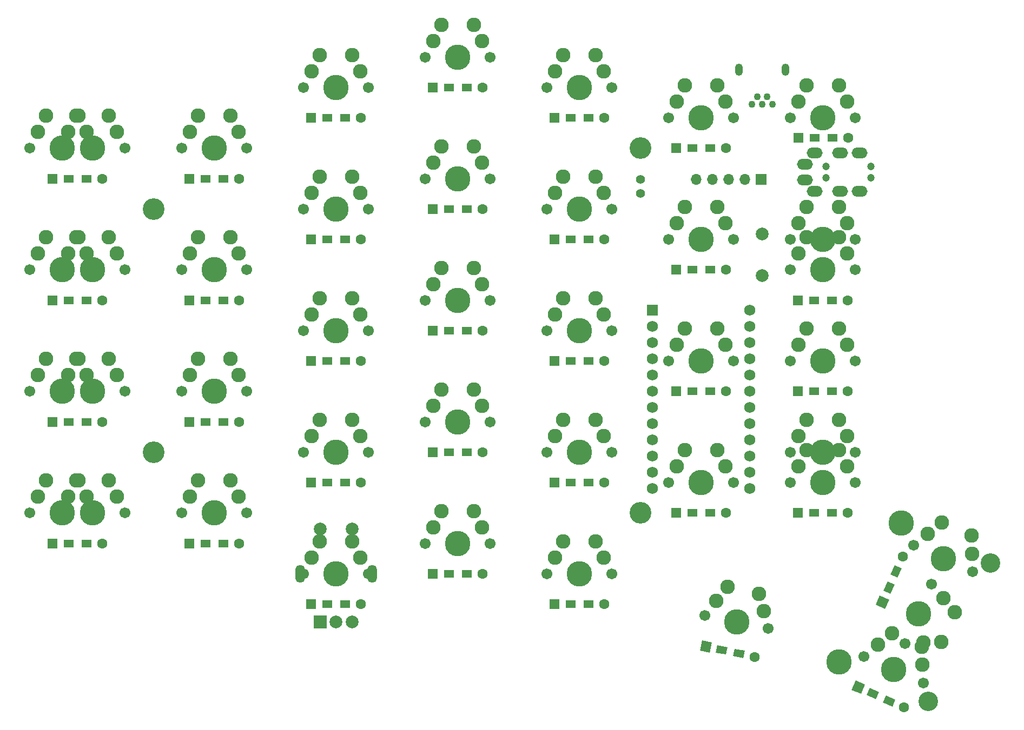
<source format=gbr>
%TF.GenerationSoftware,KiCad,Pcbnew,5.1.10*%
%TF.CreationDate,2021-05-29T15:16:00+02:00*%
%TF.ProjectId,pcb,7063622e-6b69-4636-9164-5f7063625858,rev?*%
%TF.SameCoordinates,Original*%
%TF.FileFunction,Soldermask,Top*%
%TF.FilePolarity,Negative*%
%FSLAX46Y46*%
G04 Gerber Fmt 4.6, Leading zero omitted, Abs format (unit mm)*
G04 Created by KiCad (PCBNEW 5.1.10) date 2021-05-29 15:16:00*
%MOMM*%
%LPD*%
G01*
G04 APERTURE LIST*
%ADD10R,1.700000X1.700000*%
%ADD11O,1.700000X1.700000*%
%ADD12C,3.400000*%
%ADD13C,2.000000*%
%ADD14O,1.500000X2.800000*%
%ADD15R,2.000000X2.000000*%
%ADD16C,3.048000*%
%ADD17C,3.987800*%
%ADD18C,1.701800*%
%ADD19C,2.286000*%
%ADD20C,0.100000*%
%ADD21C,1.600000*%
%ADD22R,1.600000X1.600000*%
%ADD23R,1.600000X1.200000*%
%ADD24C,1.752600*%
%ADD25R,1.752600X1.752600*%
%ADD26C,1.397000*%
%ADD27O,2.500000X1.700000*%
%ADD28C,1.200000*%
%ADD29C,1.100000*%
%ADD30O,1.200000X1.900000*%
G04 APERTURE END LIST*
D10*
%TO.C,J2*%
X147515000Y-88225000D03*
D11*
X144975000Y-88225000D03*
X142435000Y-88225000D03*
X139895000Y-88225000D03*
X137355000Y-88225000D03*
%TD*%
D12*
%TO.C,H4*%
X128587500Y-140493750D03*
%TD*%
%TO.C,H3*%
X52387500Y-92868750D03*
%TD*%
%TO.C,H2*%
X52387500Y-130968750D03*
%TD*%
%TO.C,H1*%
X128587500Y-83343750D03*
%TD*%
D13*
%TO.C,SW42*%
X83462500Y-143018750D03*
X78462500Y-143018750D03*
D14*
X86562500Y-150018750D03*
X75362500Y-150018750D03*
D13*
X83462500Y-157518750D03*
X80962500Y-157518750D03*
D15*
X78462500Y-157518750D03*
%TD*%
D16*
%TO.C,REF\u002A\u002A*%
X183335279Y-148289462D03*
X173617014Y-170014915D03*
D17*
X169423686Y-142066505D03*
X159705421Y-163791959D03*
%TD*%
D18*
%TO.C,SW41*%
X174174319Y-151662802D03*
X170025681Y-160937198D03*
D19*
X175974338Y-153859261D03*
D17*
X172100000Y-156300000D03*
D19*
X175700038Y-160692918D03*
X177774357Y-156055720D03*
X172862860Y-160815058D03*
%TD*%
D20*
%TO.C,D34*%
G36*
X166053908Y-153403121D02*
G01*
X167514443Y-154056450D01*
X166861114Y-155516985D01*
X165400579Y-154863656D01*
X166053908Y-153403121D01*
G37*
D21*
X169642489Y-147339947D03*
D20*
G36*
X168400627Y-148646766D02*
G01*
X169496028Y-149136763D01*
X168842699Y-150597298D01*
X167747298Y-150107301D01*
X168400627Y-148646766D01*
G37*
G36*
X167257301Y-151202702D02*
G01*
X168352702Y-151692699D01*
X167699373Y-153153234D01*
X166603972Y-152663237D01*
X167257301Y-151202702D01*
G37*
%TD*%
%TO.C,D33*%
G36*
X163756045Y-167376910D02*
G01*
X163102716Y-168837445D01*
X161642181Y-168184116D01*
X162295510Y-166723581D01*
X163756045Y-167376910D01*
G37*
D21*
X169819219Y-170965491D03*
D20*
G36*
X168512400Y-169723629D02*
G01*
X168022403Y-170819030D01*
X166561868Y-170165701D01*
X167051865Y-169070300D01*
X168512400Y-169723629D01*
G37*
G36*
X165956464Y-168580303D02*
G01*
X165466467Y-169675704D01*
X164005932Y-169022375D01*
X164495929Y-167926974D01*
X165956464Y-168580303D01*
G37*
%TD*%
D22*
%TO.C,D32*%
X153262500Y-140493750D03*
D21*
X161062500Y-140493750D03*
D23*
X158562500Y-140493750D03*
X155762500Y-140493750D03*
%TD*%
D22*
%TO.C,D31*%
X153262500Y-121443750D03*
D21*
X161062500Y-121443750D03*
D23*
X158562500Y-121443750D03*
X155762500Y-121443750D03*
%TD*%
D22*
%TO.C,D30*%
X153262500Y-107156250D03*
D21*
X161062500Y-107156250D03*
D23*
X158562500Y-107156250D03*
X155762500Y-107156250D03*
%TD*%
D22*
%TO.C,D29*%
X153350000Y-81700000D03*
D21*
X161150000Y-81700000D03*
D23*
X158650000Y-81700000D03*
X155850000Y-81700000D03*
%TD*%
D20*
%TO.C,D28*%
G36*
X139784062Y-160787193D02*
G01*
X139451404Y-162352229D01*
X137886368Y-162019571D01*
X138219026Y-160454535D01*
X139784062Y-160787193D01*
G37*
D21*
X146464767Y-163025094D03*
D20*
G36*
X144926663Y-162084755D02*
G01*
X144677169Y-163258532D01*
X143112133Y-162925873D01*
X143361627Y-161752096D01*
X144926663Y-162084755D01*
G37*
G36*
X142187849Y-161502603D02*
G01*
X141938355Y-162676380D01*
X140373319Y-162343721D01*
X140622813Y-161169944D01*
X142187849Y-161502603D01*
G37*
%TD*%
D22*
%TO.C,D27*%
X134212500Y-140493750D03*
D21*
X142012500Y-140493750D03*
D23*
X139512500Y-140493750D03*
X136712500Y-140493750D03*
%TD*%
D22*
%TO.C,D26*%
X134212500Y-121443750D03*
D21*
X142012500Y-121443750D03*
D23*
X139512500Y-121443750D03*
X136712500Y-121443750D03*
%TD*%
D22*
%TO.C,D25*%
X134212500Y-102393750D03*
D21*
X142012500Y-102393750D03*
D23*
X139512500Y-102393750D03*
X136712500Y-102393750D03*
%TD*%
D22*
%TO.C,D24*%
X134212500Y-83343750D03*
D21*
X142012500Y-83343750D03*
D23*
X139512500Y-83343750D03*
X136712500Y-83343750D03*
%TD*%
D22*
%TO.C,D23*%
X115162500Y-154781250D03*
D21*
X122962500Y-154781250D03*
D23*
X120462500Y-154781250D03*
X117662500Y-154781250D03*
%TD*%
D22*
%TO.C,D22*%
X115162500Y-135731250D03*
D21*
X122962500Y-135731250D03*
D23*
X120462500Y-135731250D03*
X117662500Y-135731250D03*
%TD*%
D22*
%TO.C,D21*%
X115162500Y-116681250D03*
D21*
X122962500Y-116681250D03*
D23*
X120462500Y-116681250D03*
X117662500Y-116681250D03*
%TD*%
D22*
%TO.C,D20*%
X115162500Y-97631250D03*
D21*
X122962500Y-97631250D03*
D23*
X120462500Y-97631250D03*
X117662500Y-97631250D03*
%TD*%
D22*
%TO.C,D19*%
X115162500Y-78581250D03*
D21*
X122962500Y-78581250D03*
D23*
X120462500Y-78581250D03*
X117662500Y-78581250D03*
%TD*%
D22*
%TO.C,D18*%
X96112500Y-150018750D03*
D21*
X103912500Y-150018750D03*
D23*
X101412500Y-150018750D03*
X98612500Y-150018750D03*
%TD*%
D22*
%TO.C,D17*%
X96112500Y-130968750D03*
D21*
X103912500Y-130968750D03*
D23*
X101412500Y-130968750D03*
X98612500Y-130968750D03*
%TD*%
D22*
%TO.C,D16*%
X96112500Y-111918750D03*
D21*
X103912500Y-111918750D03*
D23*
X101412500Y-111918750D03*
X98612500Y-111918750D03*
%TD*%
D22*
%TO.C,D15*%
X96112500Y-92868750D03*
D21*
X103912500Y-92868750D03*
D23*
X101412500Y-92868750D03*
X98612500Y-92868750D03*
%TD*%
D22*
%TO.C,D14*%
X96112500Y-73818750D03*
D21*
X103912500Y-73818750D03*
D23*
X101412500Y-73818750D03*
X98612500Y-73818750D03*
%TD*%
D22*
%TO.C,D13*%
X77062840Y-154781900D03*
D21*
X84862840Y-154781900D03*
D23*
X82362840Y-154781900D03*
X79562840Y-154781900D03*
%TD*%
D22*
%TO.C,D12*%
X77062500Y-135731250D03*
D21*
X84862500Y-135731250D03*
D23*
X82362500Y-135731250D03*
X79562500Y-135731250D03*
%TD*%
D22*
%TO.C,D11*%
X77062500Y-116681250D03*
D21*
X84862500Y-116681250D03*
D23*
X82362500Y-116681250D03*
X79562500Y-116681250D03*
%TD*%
D22*
%TO.C,D10*%
X77062500Y-97631250D03*
D21*
X84862500Y-97631250D03*
D23*
X82362500Y-97631250D03*
X79562500Y-97631250D03*
%TD*%
D22*
%TO.C,D9*%
X77062500Y-78581250D03*
D21*
X84862500Y-78581250D03*
D23*
X82362500Y-78581250D03*
X79562500Y-78581250D03*
%TD*%
D22*
%TO.C,D8*%
X58012500Y-145256250D03*
D21*
X65812500Y-145256250D03*
D23*
X63312500Y-145256250D03*
X60512500Y-145256250D03*
%TD*%
D22*
%TO.C,D7*%
X58012500Y-126206250D03*
D21*
X65812500Y-126206250D03*
D23*
X63312500Y-126206250D03*
X60512500Y-126206250D03*
%TD*%
D22*
%TO.C,D6*%
X58012500Y-107156250D03*
D21*
X65812500Y-107156250D03*
D23*
X63312500Y-107156250D03*
X60512500Y-107156250D03*
%TD*%
D22*
%TO.C,D5*%
X58012500Y-88106250D03*
D21*
X65812500Y-88106250D03*
D23*
X63312500Y-88106250D03*
X60512500Y-88106250D03*
%TD*%
D22*
%TO.C,D4*%
X36581250Y-145256250D03*
D21*
X44381250Y-145256250D03*
D23*
X41881250Y-145256250D03*
X39081250Y-145256250D03*
%TD*%
D22*
%TO.C,D3*%
X36581250Y-126206250D03*
D21*
X44381250Y-126206250D03*
D23*
X41881250Y-126206250D03*
X39081250Y-126206250D03*
%TD*%
D22*
%TO.C,D2*%
X36581250Y-107156250D03*
D21*
X44381250Y-107156250D03*
D23*
X41881250Y-107156250D03*
X39081250Y-107156250D03*
%TD*%
D22*
%TO.C,D1*%
X36581250Y-88106250D03*
D21*
X44381250Y-88106250D03*
D23*
X41881250Y-88106250D03*
X39081250Y-88106250D03*
%TD*%
D13*
%TO.C,RSW1*%
X147638120Y-96762920D03*
X147638120Y-103262920D03*
%TD*%
D24*
%TO.C,U1*%
X145733080Y-108664890D03*
X130493080Y-136604890D03*
X145733080Y-111204890D03*
X145733080Y-113744890D03*
X145733080Y-116284890D03*
X145733080Y-118824890D03*
X145733080Y-121364890D03*
X145733080Y-123904890D03*
X145733080Y-126444890D03*
X145733080Y-128984890D03*
X145733080Y-131524890D03*
X145733080Y-134064890D03*
X145733080Y-136604890D03*
X130493080Y-134064890D03*
X130493080Y-131524890D03*
X130493080Y-128984890D03*
X130493080Y-126444890D03*
X130493080Y-123904890D03*
X130493080Y-121364890D03*
X130493080Y-118824890D03*
X130493080Y-116284890D03*
X130493080Y-113744890D03*
X130493080Y-111204890D03*
D25*
X130493080Y-108664890D03*
%TD*%
D26*
%TO.C,P2*%
X128575000Y-90425000D03*
%TD*%
D27*
%TO.C,U2*%
X154350000Y-85850000D03*
X155850000Y-90050000D03*
X159850000Y-90050000D03*
X162850000Y-90050000D03*
D28*
X157650000Y-87950000D03*
X164650000Y-87950000D03*
D27*
X159850000Y-84100000D03*
X162850000Y-84100000D03*
X154350000Y-88300000D03*
X155850000Y-84100000D03*
D28*
X164650000Y-86200000D03*
X157650000Y-86200000D03*
%TD*%
D18*
%TO.C,SW40*%
X152082500Y-135731250D03*
X162242500Y-135731250D03*
D19*
X153352500Y-133191250D03*
D17*
X157162500Y-135731250D03*
D19*
X159702500Y-130651250D03*
X154622500Y-130651250D03*
X160972500Y-133191250D03*
%TD*%
D18*
%TO.C,SW39*%
X152082500Y-102393750D03*
X162242500Y-102393750D03*
D19*
X153352500Y-99853750D03*
D17*
X157162500Y-102393750D03*
D19*
X159702500Y-97313750D03*
X154622500Y-97313750D03*
X160972500Y-99853750D03*
%TD*%
D18*
%TO.C,SW38*%
X171345337Y-145561819D03*
X180619733Y-149710457D03*
D19*
X173541796Y-143761800D03*
D17*
X175982535Y-147636138D03*
D19*
X180375453Y-144036100D03*
X175738255Y-141961781D03*
X180497593Y-146873278D03*
%TD*%
D18*
%TO.C,SW37*%
X163566642Y-162951310D03*
X172841038Y-167099948D03*
D19*
X165763101Y-161151291D03*
D17*
X168203840Y-165025629D03*
D19*
X172596758Y-161425591D03*
X167959560Y-159351272D03*
X172718898Y-164262769D03*
%TD*%
D18*
%TO.C,SW36*%
X152082500Y-130968750D03*
X162242500Y-130968750D03*
D19*
X153352500Y-128428750D03*
D17*
X157162500Y-130968750D03*
D19*
X159702500Y-125888750D03*
X154622500Y-125888750D03*
X160972500Y-128428750D03*
%TD*%
D18*
%TO.C,SW35*%
X152082500Y-116681250D03*
X162242500Y-116681250D03*
D19*
X153352500Y-114141250D03*
D17*
X157162500Y-116681250D03*
D19*
X159702500Y-111601250D03*
X154622500Y-111601250D03*
X160972500Y-114141250D03*
%TD*%
D18*
%TO.C,SW34*%
X152082500Y-97631250D03*
X162242500Y-97631250D03*
D19*
X153352500Y-95091250D03*
D17*
X157162500Y-97631250D03*
D19*
X159702500Y-92551250D03*
X154622500Y-92551250D03*
X160972500Y-95091250D03*
%TD*%
D18*
%TO.C,SW33*%
X152082500Y-78581250D03*
X162242500Y-78581250D03*
D19*
X153352500Y-76041250D03*
D17*
X157162500Y-78581250D03*
D19*
X159702500Y-73501250D03*
X154622500Y-73501250D03*
X160972500Y-76041250D03*
%TD*%
D18*
%TO.C,SW32*%
X138671181Y-156499619D03*
X148609161Y-158612001D03*
D19*
X140441524Y-154279172D03*
D17*
X143640171Y-157555810D03*
D19*
X147180857Y-153114916D03*
X142211867Y-152058724D03*
X147895009Y-155863459D03*
%TD*%
D18*
%TO.C,SW31*%
X133032500Y-135731250D03*
X143192500Y-135731250D03*
D19*
X134302500Y-133191250D03*
D17*
X138112500Y-135731250D03*
D19*
X140652500Y-130651250D03*
X135572500Y-130651250D03*
X141922500Y-133191250D03*
%TD*%
D18*
%TO.C,SW30*%
X133032500Y-116681250D03*
X143192500Y-116681250D03*
D19*
X134302500Y-114141250D03*
D17*
X138112500Y-116681250D03*
D19*
X140652500Y-111601250D03*
X135572500Y-111601250D03*
X141922500Y-114141250D03*
%TD*%
D18*
%TO.C,SW29*%
X133032500Y-97631250D03*
X143192500Y-97631250D03*
D19*
X134302500Y-95091250D03*
D17*
X138112500Y-97631250D03*
D19*
X140652500Y-92551250D03*
X135572500Y-92551250D03*
X141922500Y-95091250D03*
%TD*%
D18*
%TO.C,SW28*%
X133032500Y-78581250D03*
X143192500Y-78581250D03*
D19*
X134302500Y-76041250D03*
D17*
X138112500Y-78581250D03*
D19*
X140652500Y-73501250D03*
X135572500Y-73501250D03*
X141922500Y-76041250D03*
%TD*%
D18*
%TO.C,SW27*%
X113982500Y-150018750D03*
X124142500Y-150018750D03*
D19*
X115252500Y-147478750D03*
D17*
X119062500Y-150018750D03*
D19*
X121602500Y-144938750D03*
X116522500Y-144938750D03*
X122872500Y-147478750D03*
%TD*%
D18*
%TO.C,SW26*%
X113982500Y-130968750D03*
X124142500Y-130968750D03*
D19*
X115252500Y-128428750D03*
D17*
X119062500Y-130968750D03*
D19*
X121602500Y-125888750D03*
X116522500Y-125888750D03*
X122872500Y-128428750D03*
%TD*%
D18*
%TO.C,SW25*%
X113982500Y-111918750D03*
X124142500Y-111918750D03*
D19*
X115252500Y-109378750D03*
D17*
X119062500Y-111918750D03*
D19*
X121602500Y-106838750D03*
X116522500Y-106838750D03*
X122872500Y-109378750D03*
%TD*%
D18*
%TO.C,SW24*%
X113982500Y-92868750D03*
X124142500Y-92868750D03*
D19*
X115252500Y-90328750D03*
D17*
X119062500Y-92868750D03*
D19*
X121602500Y-87788750D03*
X116522500Y-87788750D03*
X122872500Y-90328750D03*
%TD*%
D18*
%TO.C,SW23*%
X113982500Y-73818750D03*
X124142500Y-73818750D03*
D19*
X115252500Y-71278750D03*
D17*
X119062500Y-73818750D03*
D19*
X121602500Y-68738750D03*
X116522500Y-68738750D03*
X122872500Y-71278750D03*
%TD*%
D18*
%TO.C,SW22*%
X94932500Y-145256250D03*
X105092500Y-145256250D03*
D19*
X96202500Y-142716250D03*
D17*
X100012500Y-145256250D03*
D19*
X102552500Y-140176250D03*
X97472500Y-140176250D03*
X103822500Y-142716250D03*
%TD*%
D18*
%TO.C,SW21*%
X94932500Y-126206250D03*
X105092500Y-126206250D03*
D19*
X96202500Y-123666250D03*
D17*
X100012500Y-126206250D03*
D19*
X102552500Y-121126250D03*
X97472500Y-121126250D03*
X103822500Y-123666250D03*
%TD*%
D18*
%TO.C,SW20*%
X94932500Y-107156250D03*
X105092500Y-107156250D03*
D19*
X96202500Y-104616250D03*
D17*
X100012500Y-107156250D03*
D19*
X102552500Y-102076250D03*
X97472500Y-102076250D03*
X103822500Y-104616250D03*
%TD*%
D18*
%TO.C,SW19*%
X94932500Y-88106250D03*
X105092500Y-88106250D03*
D19*
X96202500Y-85566250D03*
D17*
X100012500Y-88106250D03*
D19*
X102552500Y-83026250D03*
X97472500Y-83026250D03*
X103822500Y-85566250D03*
%TD*%
D18*
%TO.C,SW18*%
X94932500Y-69056250D03*
X105092500Y-69056250D03*
D19*
X96202500Y-66516250D03*
D17*
X100012500Y-69056250D03*
D19*
X102552500Y-63976250D03*
X97472500Y-63976250D03*
X103822500Y-66516250D03*
%TD*%
D18*
%TO.C,SW17*%
X75882500Y-150018750D03*
X86042500Y-150018750D03*
D19*
X77152500Y-147478750D03*
D17*
X80962500Y-150018750D03*
D19*
X83502500Y-144938750D03*
X78422500Y-144938750D03*
X84772500Y-147478750D03*
%TD*%
D18*
%TO.C,SW16*%
X75882500Y-130968750D03*
X86042500Y-130968750D03*
D19*
X77152500Y-128428750D03*
D17*
X80962500Y-130968750D03*
D19*
X83502500Y-125888750D03*
X78422500Y-125888750D03*
X84772500Y-128428750D03*
%TD*%
D18*
%TO.C,SW15*%
X75882500Y-111918750D03*
X86042500Y-111918750D03*
D19*
X77152500Y-109378750D03*
D17*
X80962500Y-111918750D03*
D19*
X83502500Y-106838750D03*
X78422500Y-106838750D03*
X84772500Y-109378750D03*
%TD*%
D18*
%TO.C,SW14*%
X75882500Y-92868750D03*
X86042500Y-92868750D03*
D19*
X77152500Y-90328750D03*
D17*
X80962500Y-92868750D03*
D19*
X83502500Y-87788750D03*
X78422500Y-87788750D03*
X84772500Y-90328750D03*
%TD*%
D18*
%TO.C,SW13*%
X75882500Y-73818750D03*
X86042500Y-73818750D03*
D19*
X77152500Y-71278750D03*
D17*
X80962500Y-73818750D03*
D19*
X83502500Y-68738750D03*
X78422500Y-68738750D03*
X84772500Y-71278750D03*
%TD*%
D18*
%TO.C,SW12*%
X56832500Y-140493750D03*
X66992500Y-140493750D03*
D19*
X58102500Y-137953750D03*
D17*
X61912500Y-140493750D03*
D19*
X64452500Y-135413750D03*
X59372500Y-135413750D03*
X65722500Y-137953750D03*
%TD*%
D18*
%TO.C,SW11*%
X56832500Y-121443750D03*
X66992500Y-121443750D03*
D19*
X58102500Y-118903750D03*
D17*
X61912500Y-121443750D03*
D19*
X64452500Y-116363750D03*
X59372500Y-116363750D03*
X65722500Y-118903750D03*
%TD*%
D18*
%TO.C,SW10*%
X56832500Y-102393750D03*
X66992500Y-102393750D03*
D19*
X58102500Y-99853750D03*
D17*
X61912500Y-102393750D03*
D19*
X64452500Y-97313750D03*
X59372500Y-97313750D03*
X65722500Y-99853750D03*
%TD*%
D18*
%TO.C,SW9*%
X56832500Y-83343750D03*
X66992500Y-83343750D03*
D19*
X58102500Y-80803750D03*
D17*
X61912500Y-83343750D03*
D19*
X64452500Y-78263750D03*
X59372500Y-78263750D03*
X65722500Y-80803750D03*
%TD*%
D18*
%TO.C,SW8*%
X37782500Y-140493750D03*
X47942500Y-140493750D03*
D19*
X39052500Y-137953750D03*
D17*
X42862500Y-140493750D03*
D19*
X45402500Y-135413750D03*
X40322500Y-135413750D03*
X46672500Y-137953750D03*
%TD*%
D18*
%TO.C,SW7*%
X37782500Y-121443750D03*
X47942500Y-121443750D03*
D19*
X39052500Y-118903750D03*
D17*
X42862500Y-121443750D03*
D19*
X45402500Y-116363750D03*
X40322500Y-116363750D03*
X46672500Y-118903750D03*
%TD*%
D18*
%TO.C,SW6*%
X37782500Y-102393750D03*
X47942500Y-102393750D03*
D19*
X39052500Y-99853750D03*
D17*
X42862500Y-102393750D03*
D19*
X45402500Y-97313750D03*
X40322500Y-97313750D03*
X46672500Y-99853750D03*
%TD*%
D18*
%TO.C,SW5*%
X37782500Y-83343750D03*
X47942500Y-83343750D03*
D19*
X39052500Y-80803750D03*
D17*
X42862500Y-83343750D03*
D19*
X45402500Y-78263750D03*
X40322500Y-78263750D03*
X46672500Y-80803750D03*
%TD*%
D18*
%TO.C,SW4*%
X33020000Y-140493750D03*
X43180000Y-140493750D03*
D19*
X34290000Y-137953750D03*
D17*
X38100000Y-140493750D03*
D19*
X40640000Y-135413750D03*
X35560000Y-135413750D03*
X41910000Y-137953750D03*
%TD*%
D18*
%TO.C,SW3*%
X33020000Y-121443750D03*
X43180000Y-121443750D03*
D19*
X34290000Y-118903750D03*
D17*
X38100000Y-121443750D03*
D19*
X40640000Y-116363750D03*
X35560000Y-116363750D03*
X41910000Y-118903750D03*
%TD*%
D18*
%TO.C,SW2*%
X33020000Y-102393750D03*
X43180000Y-102393750D03*
D19*
X34290000Y-99853750D03*
D17*
X38100000Y-102393750D03*
D19*
X40640000Y-97313750D03*
X35560000Y-97313750D03*
X41910000Y-99853750D03*
%TD*%
D18*
%TO.C,SW1*%
X33020000Y-83343750D03*
X43180000Y-83343750D03*
D19*
X34290000Y-80803750D03*
D17*
X38100000Y-83343750D03*
D19*
X40640000Y-78263750D03*
X35560000Y-78263750D03*
X41910000Y-80803750D03*
%TD*%
D26*
%TO.C,P1*%
X128575000Y-88200000D03*
%TD*%
D29*
%TO.C,J1*%
X149250000Y-76450000D03*
X148450000Y-75250000D03*
X147650000Y-76450000D03*
X146850000Y-75250000D03*
X146050000Y-76450000D03*
D30*
X151300000Y-71030000D03*
X144000000Y-71030000D03*
%TD*%
M02*

</source>
